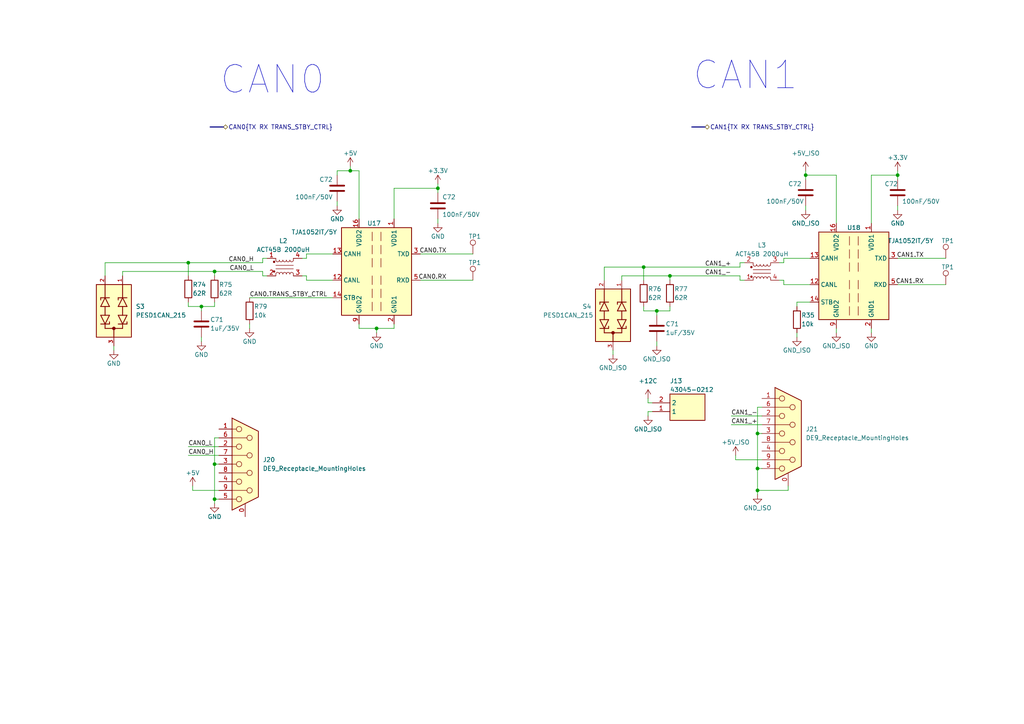
<source format=kicad_sch>
(kicad_sch (version 20230121) (generator eeschema)
  (paper "A4")
  (title_block (title "CAN interface") (date "2023-12-29") (rev "V1.0") (company "Valais Wallis Racing Team") (comment 1 "Bétrisey Mattia"))
  (lib_symbols
    (symbol "+5V_ISO_1" (power) (in_bom no) (on_board no)
      (property "Value" "+5V_ISO_1" (at 0 3.81 0))
      (symbol "+5V_ISO_1_0_1"
        (polyline (pts (xy -0.762 1.27) (xy 0 2.54)))
        (polyline (pts (xy 0 0) (xy 0 2.54)))
        (polyline (pts (xy 0 2.54) (xy 0.762 1.27)))
      )
      (symbol "+5V_ISO_1_1_1"
        (pin power_in line (at 0 0 90) (length 0) hide (name "+5V_ISO") (number "1"))
      )
    )
    (symbol "+5V_ISO_2" (power) (in_bom no) (on_board no)
      (property "Value" "+5V_ISO_2" (at 0 3.81 0))
      (symbol "+5V_ISO_2_0_1"
        (polyline (pts (xy -0.762 1.27) (xy 0 2.54)))
        (polyline (pts (xy 0 0) (xy 0 2.54)))
        (polyline (pts (xy 0 2.54) (xy 0.762 1.27)))
      )
      (symbol "+5V_ISO_2_1_1"
        (pin power_in line (at 0 0 90) (length 0) hide (name "+5V_ISO") (number "1"))
      )
    )
    (symbol "43045-0212:43045-0212"
      (property "Reference" "J" (at 16.51 7.62 0))
      (property "Value" "43045-0212" (at 16.51 5.08 0))
      (symbol "43045-0212_1_1"
        (rectangle (start 5.08 2.54) (end 15.24 -5.08) (stroke (width 0.254)) (fill (type background)))
        (pin passive line (at 0 -2.54 0) (length 5.08) (name "1") (number "1"))
        (pin passive line (at 0 0 0) (length 5.08) (name "2") (number "2"))
      )
    )
    (symbol "Connector:DE9_Receptacle_MountingHoles" (pin_names (offset 1.016) hide)
      (property "Reference" "J" (at 0 16.51 0))
      (property "Value" "DE9_Receptacle_MountingHoles" (at 0 14.605 0))
      (symbol "DE9_Receptacle_MountingHoles_0_1"
        (circle (center -1.778 -10.16) (radius 0.762))
        (circle (center -1.778 -5.08) (radius 0.762))
        (circle (center -1.778 0) (radius 0.762))
        (circle (center -1.778 5.08) (radius 0.762))
        (circle (center -1.778 10.16) (radius 0.762))
        (polyline (pts (xy -3.81 -10.16) (xy -2.54 -10.16)))
        (polyline (pts (xy -3.81 -7.62) (xy 0.508 -7.62)))
        (polyline (pts (xy -3.81 -5.08) (xy -2.54 -5.08)))
        (polyline (pts (xy -3.81 -2.54) (xy 0.508 -2.54)))
        (polyline (pts (xy -3.81 0) (xy -2.54 0)))
        (polyline (pts (xy -3.81 2.54) (xy 0.508 2.54)))
        (polyline (pts (xy -3.81 5.08) (xy -2.54 5.08)))
        (polyline (pts (xy -3.81 7.62) (xy 0.508 7.62)))
        (polyline (pts (xy -3.81 10.16) (xy -2.54 10.16)))
        (polyline (pts (xy -3.81 13.335) (xy -3.81 -13.335) (xy 3.81 -9.525) (xy 3.81 9.525) (xy -3.81 13.335)) (stroke (width 0.254)) (fill (type background)))
        (circle (center 1.27 -7.62) (radius 0.762))
        (circle (center 1.27 -2.54) (radius 0.762))
        (circle (center 1.27 2.54) (radius 0.762))
        (circle (center 1.27 7.62) (radius 0.762))
      )
      (symbol "DE9_Receptacle_MountingHoles_1_1"
        (pin passive line (at 0 -15.24 90) (length 3.81) (name "PAD") (number "0"))
        (pin passive line (at -7.62 10.16 0) (length 3.81) (name "1") (number "1"))
        (pin passive line (at -7.62 5.08 0) (length 3.81) (name "2") (number "2"))
        (pin passive line (at -7.62 0 0) (length 3.81) (name "3") (number "3"))
        (pin passive line (at -7.62 -5.08 0) (length 3.81) (name "4") (number "4"))
        (pin passive line (at -7.62 -10.16 0) (length 3.81) (name "5") (number "5"))
        (pin passive line (at -7.62 7.62 0) (length 3.81) (name "6") (number "6"))
        (pin passive line (at -7.62 2.54 0) (length 3.81) (name "7") (number "7"))
        (pin passive line (at -7.62 -2.54 0) (length 3.81) (name "8") (number "8"))
        (pin passive line (at -7.62 -7.62 0) (length 3.81) (name "9") (number "9"))
      )
    )
    (symbol "Connector:TestPoint" (pin_numbers hide) (pin_names (offset 0.762) hide)
      (property "Reference" "TP" (at 0 6.858 0))
      (property "Value" "TestPoint" (at 0 5.08 0))
      (symbol "TestPoint_0_1"
        (circle (center 0 3.302) (radius 0.762))
      )
      (symbol "TestPoint_1_1"
        (pin passive line (at 0 0 90) (length 2.54) (name "1") (number "1"))
      )
    )
    (symbol "Device:C" (pin_numbers hide) (pin_names (offset 0.254))
      (property "Reference" "C" (at 0.635 2.54 0))
      (property "Value" "C" (at 0.635 -2.54 0))
      (symbol "C_0_1"
        (polyline (pts (xy -2.032 -0.762) (xy 2.032 -0.762)) (stroke (width 0.508)))
        (polyline (pts (xy -2.032 0.762) (xy 2.032 0.762)) (stroke (width 0.508)))
      )
      (symbol "C_1_1"
        (pin passive line (at 0 3.81 270) (length 2.794) (name "~") (number "1"))
        (pin passive line (at 0 -3.81 90) (length 2.794) (name "~") (number "2"))
      )
    )
    (symbol "Device:L_Iron_Coupled_1423" (pin_names (offset 0.254) hide)
      (property "Reference" "L" (at 0 4.445 0))
      (property "Value" "L_Iron_Coupled_1423" (at 0 -4.445 0))
      (symbol "L_Iron_Coupled_1423_0_1"
        (circle (center -3.048 -1.27) (radius 0.254) (fill (type outline)))
        (circle (center -3.048 1.524) (radius 0.254) (fill (type outline)))
        (arc (start -2.54 2.032) (mid -2.032 1.5262) (end -1.524 2.032))
        (arc (start -1.524 -2.032) (mid -2.032 -1.5262) (end -2.54 -2.032))
        (arc (start -1.524 2.032) (mid -1.016 1.5262) (end -0.508 2.032))
        (arc (start -0.508 -2.032) (mid -1.016 -1.5262) (end -1.524 -2.032))
        (arc (start -0.508 2.032) (mid 0 1.5262) (end 0.508 2.032))
        (polyline (pts (xy -2.54 -2.032) (xy -2.54 -2.54)))
        (polyline (pts (xy -2.54 0.508) (xy 2.54 0.508)))
        (polyline (pts (xy -2.54 2.032) (xy -2.54 2.54)))
        (polyline (pts (xy 2.54 -2.032) (xy 2.54 -2.54)))
        (polyline (pts (xy 2.54 -0.508) (xy -2.54 -0.508)))
        (polyline (pts (xy 2.54 2.54) (xy 2.54 2.032)))
        (arc (start 0.508 -2.032) (mid 0 -1.5262) (end -0.508 -2.032))
        (arc (start 0.508 2.032) (mid 1.016 1.5262) (end 1.524 2.032))
        (arc (start 1.524 -2.032) (mid 1.016 -1.5262) (end 0.508 -2.032))
        (arc (start 1.524 2.032) (mid 2.032 1.5262) (end 2.54 2.032))
        (arc (start 2.54 -2.032) (mid 2.032 -1.5262) (end 1.524 -2.032))
      )
      (symbol "L_Iron_Coupled_1423_1_1"
        (pin passive line (at -5.08 2.54 0) (length 2.54) (name "1") (number "1"))
        (pin passive line (at -5.08 -2.54 0) (length 2.54) (name "2") (number "2"))
        (pin passive line (at 5.08 -2.54 180) (length 2.54) (name "3") (number "3"))
        (pin passive line (at 5.08 2.54 180) (length 2.54) (name "4") (number "4"))
      )
    )
    (symbol "Device:R" (pin_numbers hide) (pin_names (offset 0))
      (property "Reference" "R" (at 2.032 0 90))
      (property "Value" "R" (at 0 0 90))
      (symbol "R_0_1"
        (rectangle (start -1.016 -2.54) (end 1.016 2.54) (stroke (width 0.254)))
      )
      (symbol "R_1_1"
        (pin passive line (at 0 3.81 270) (length 1.27) (name "~") (number "1"))
        (pin passive line (at 0 -3.81 90) (length 1.27) (name "~") (number "2"))
      )
    )
    (symbol "GND_ISO_1" (power) (in_bom no) (on_board no)
      (property "Value" "GND_ISO_1" (at 0 -3.81 0))
      (symbol "GND_ISO_1_0_1"
        (polyline (pts (xy 0 0) (xy 0 -1.27) (xy 1.27 -1.27) (xy 0 -2.54) (xy -1.27 -1.27) (xy 0 -1.27)))
      )
      (symbol "GND_ISO_1_1_1"
        (pin power_in line (at 0 0 270) (length 0) hide (name "GND_ISO") (number "1"))
      )
    )
    (symbol "Interface_CAN_LIN:TJA1052i-5"
      (property "Reference" "U" (at -10.16 13.97 0))
      (property "Value" "TJA1052i-5" (at 17.78 13.97 0))
      (symbol "TJA1052i-5_0_1"
        (rectangle (start -10.16 12.7) (end 10.16 -12.7) (stroke (width 0.254)) (fill (type background)))
        (polyline (pts (xy -1.27 -11.43) (xy -1.27 -8.89)))
        (polyline (pts (xy -1.27 3.81) (xy -1.27 1.27)))
        (polyline (pts (xy -1.27 7.62) (xy -1.27 5.08)))
        (polyline (pts (xy -1.27 11.43) (xy -1.27 8.89)))
        (polyline (pts (xy 1.27 -11.43) (xy 1.27 -8.89)))
        (polyline (pts (xy 1.27 -7.62) (xy 1.27 -5.08)))
        (polyline (pts (xy 1.27 -3.81) (xy 1.27 -1.27)))
        (polyline (pts (xy 1.27 1.27) (xy 1.27 3.81)))
        (polyline (pts (xy 1.27 5.08) (xy 1.27 7.62)))
        (polyline (pts (xy 1.27 8.89) (xy 1.27 11.43)))
        (polyline (pts (xy -1.27 -7.62) (xy -1.27 -6.35) (xy -1.27 -5.08)))
        (polyline (pts (xy -1.27 -3.81) (xy -1.27 -2.54) (xy -1.27 -1.27)))
      )
      (symbol "TJA1052i-5_1_1"
        (pin power_in line (at -5.08 15.24 270) (length 2.54) (name "VDD1") (number "1"))
        (pin passive line (at 5.08 -15.24 90) (length 2.54) hide (name "GND2") (number "10"))
        (pin passive line (at 5.08 15.24 270) (length 2.54) hide (name "VDD2") (number "11"))
        (pin bidirectional line (at 12.7 -2.54 180) (length 2.54) (name "CANL") (number "12"))
        (pin bidirectional line (at 12.7 5.08 180) (length 2.54) (name "CANH") (number "13"))
        (pin input line (at 12.7 -7.62 180) (length 2.54) (name "STB") (number "14"))
        (pin passive line (at 5.08 -15.24 90) (length 2.54) hide (name "GND2") (number "15"))
        (pin power_in line (at 5.08 15.24 270) (length 2.54) (name "VDD2") (number "16"))
        (pin power_in line (at -5.08 -15.24 90) (length 2.54) (name "GND1") (number "2"))
        (pin input line (at -12.7 5.08 0) (length 2.54) (name "TXD") (number "3"))
        (pin no_connect line (at -10.16 -7.62 0) (length 2.54) hide (name "NC") (number "4"))
        (pin output line (at -12.7 -2.54 0) (length 2.54) (name "RXD") (number "5"))
        (pin no_connect line (at -10.16 -10.16 0) (length 2.54) hide (name "NC") (number "6"))
        (pin passive line (at -5.08 -15.24 90) (length 2.54) hide (name "GND1") (number "7"))
        (pin passive line (at -5.08 -15.24 90) (length 2.54) hide (name "GND1") (number "8"))
        (pin power_in line (at 5.08 -15.24 90) (length 2.54) (name "GND2") (number "9"))
      )
    )
    (symbol "PESD1CAN_215:PESD1CAN_215" (pin_names (offset 1.016))
      (property "Reference" "S" (at -7.62 6.35 0))
      (property "Value" "PESD1CAN_215" (at -7.62 -10.16 0))
      (symbol "PESD1CAN_215_0_0"
        (rectangle (start -7.62 -5.08) (end 7.62 5.08) (stroke (width 0.254)) (fill (type background)))
        (polyline (pts (xy -7.62 -2.54) (xy -3.81 -2.54)) (stroke (width 0.254)))
        (polyline (pts (xy -7.62 2.54) (xy -3.81 2.54)) (stroke (width 0.254)))
        (polyline (pts (xy -3.81 -3.81) (xy -3.81 -2.54)) (stroke (width 0.254)))
        (polyline (pts (xy -3.81 -2.54) (xy -3.81 -1.27)) (stroke (width 0.254)))
        (polyline (pts (xy -3.81 -2.54) (xy -1.27 -3.81)) (stroke (width 0.254)))
        (polyline (pts (xy -3.81 1.27) (xy -3.81 2.54)) (stroke (width 0.254)))
        (polyline (pts (xy -3.81 2.54) (xy -3.81 3.81)) (stroke (width 0.254)))
        (polyline (pts (xy -3.81 2.54) (xy -1.27 1.27)) (stroke (width 0.254)))
        (polyline (pts (xy -3.175 -3.81) (xy -3.81 -3.81)) (stroke (width 0.254)))
        (polyline (pts (xy -3.175 1.27) (xy -3.81 1.27)) (stroke (width 0.254)))
        (polyline (pts (xy -1.27 -3.81) (xy -1.27 -2.54)) (stroke (width 0.254)))
        (polyline (pts (xy -1.27 -2.54) (xy -1.27 -1.27)) (stroke (width 0.254)))
        (polyline (pts (xy -1.27 -2.54) (xy 1.27 -2.54)) (stroke (width 0.254)))
        (polyline (pts (xy -1.27 -1.27) (xy -3.81 -2.54)) (stroke (width 0.254)))
        (polyline (pts (xy -1.27 1.27) (xy -1.27 2.54)) (stroke (width 0.254)))
        (polyline (pts (xy -1.27 2.54) (xy -1.27 3.81)) (stroke (width 0.254)))
        (polyline (pts (xy -1.27 2.54) (xy 1.27 2.54)) (stroke (width 0.254)))
        (polyline (pts (xy -1.27 3.81) (xy -3.81 2.54)) (stroke (width 0.254)))
        (polyline (pts (xy 1.27 -3.81) (xy 3.81 -2.54)) (stroke (width 0.254)))
        (polyline (pts (xy 1.27 -2.54) (xy 1.27 -3.81)) (stroke (width 0.254)))
        (polyline (pts (xy 1.27 -1.27) (xy 1.27 -2.54)) (stroke (width 0.254)))
        (polyline (pts (xy 1.27 1.27) (xy 3.81 2.54)) (stroke (width 0.254)))
        (polyline (pts (xy 1.27 2.54) (xy 1.27 1.27)) (stroke (width 0.254)))
        (polyline (pts (xy 1.27 3.81) (xy 1.27 2.54)) (stroke (width 0.254)))
        (polyline (pts (xy 3.175 -1.27) (xy 3.81 -1.27)) (stroke (width 0.254)))
        (polyline (pts (xy 3.175 3.81) (xy 3.81 3.81)) (stroke (width 0.254)))
        (polyline (pts (xy 3.81 -2.54) (xy 1.27 -1.27)) (stroke (width 0.254)))
        (polyline (pts (xy 3.81 -2.54) (xy 3.81 -3.81)) (stroke (width 0.254)))
        (polyline (pts (xy 3.81 -1.27) (xy 3.81 -2.54)) (stroke (width 0.254)))
        (polyline (pts (xy 3.81 2.54) (xy 1.27 3.81)) (stroke (width 0.254)))
        (polyline (pts (xy 3.81 2.54) (xy 3.81 1.27)) (stroke (width 0.254)))
        (polyline (pts (xy 3.81 3.81) (xy 3.81 2.54)) (stroke (width 0.254)))
        (polyline (pts (xy 5.08 -2.54) (xy 3.81 -2.54)) (stroke (width 0.254)))
        (polyline (pts (xy 5.08 0) (xy 5.08 -2.54)) (stroke (width 0.254)))
        (polyline (pts (xy 5.08 0) (xy 7.62 0)) (stroke (width 0.254)))
        (polyline (pts (xy 5.08 2.54) (xy 3.81 2.54)) (stroke (width 0.254)))
        (polyline (pts (xy 5.08 2.54) (xy 5.08 0)) (stroke (width 0.254)))
        (circle (center 5.08 0) (radius 0.254) (stroke (width 0.508)))
        (pin passive line (at -10.16 2.54 0) (length 2.54) (name "~") (number "1"))
        (pin passive line (at -10.16 -2.54 0) (length 2.54) (name "~") (number "2"))
        (pin passive line (at 10.16 0 180) (length 2.54) (name "~") (number "3"))
      )
    )
    (symbol "bmsPower_Symbols:+3V3_0" (power) (in_bom no) (on_board no)
      (property "Value" "+3V3_0" (at 0 3.302 0))
      (symbol "+3V3_0_0_1"
        (polyline (pts (xy -0.762 1.27) (xy 0 2.54)))
        (polyline (pts (xy 0 0) (xy 0 2.54)))
        (polyline (pts (xy 0 2.54) (xy 0.762 1.27)))
      )
      (symbol "+3V3_0_1_1"
        (pin power_in line (at 0 0 90) (length 0) hide (name "+3.3V") (number "1"))
      )
    )
    (symbol "bmsPower_Symbols:GND_0" (power) (in_bom no) (on_board no)
      (property "Value" "GND_0" (at 0 -4.064 0))
      (symbol "GND_0_0_1"
        (polyline (pts (xy 0 0) (xy 0 -1.27) (xy 1.27 -1.27) (xy 0 -2.54) (xy -1.27 -1.27) (xy 0 -1.27)))
      )
      (symbol "GND_0_1_1"
        (pin power_in line (at 0 0 270) (length 0) hide (name "GND") (number "1"))
      )
    )
    (symbol "power:+12C" (power) (pin_names (offset 0))
      (property "Value" "+12C" (at 0 3.81 0))
      (symbol "+12C_0_1"
        (polyline (pts (xy -0.762 1.27) (xy 0 2.54)))
        (polyline (pts (xy 0 0) (xy 0 2.54)))
        (polyline (pts (xy 0 2.54) (xy 0.762 1.27)))
      )
      (symbol "+12C_1_1"
        (pin power_in line (at 0 0 90) (length 0) hide (name "+12C") (number "1"))
      )
    )
    (symbol "power:+5V" (power) (pin_names (offset 0))
      (property "Value" "+5V" (at 0 3.556 0))
      (symbol "+5V_0_1"
        (polyline (pts (xy -0.762 1.27) (xy 0 2.54)))
        (polyline (pts (xy 0 0) (xy 0 2.54)))
        (polyline (pts (xy 0 2.54) (xy 0.762 1.27)))
      )
      (symbol "+5V_1_1"
        (pin power_in line (at 0 0 90) (length 0) hide (name "+5V") (number "1"))
      )
    )
  )
  (junction (at 62.23 134.62))
  (junction (at 54.61 76.2))
  (junction (at 109.22 95.25))
  (junction (at 101.6 49.53))
  (junction (at 233.68 50.8))
  (junction (at 58.42 88.9))
  (junction (at 260.35 50.8))
  (junction (at 62.23 78.74))
  (junction (at 186.69 77.47))
  (junction (at 194.31 80.01))
  (junction (at 219.71 142.24))
  (junction (at 62.23 144.78))
  (junction (at 190.5 90.17))
  (junction (at 127 54.61))
  (junction (at 219.71 135.89))
  (junction (at 219.71 125.73))
  (wire (pts (xy 109.22 95.25) (xy 114.3 95.25)))
  (wire (pts (xy 76.2 80.01) (xy 77.47 80.01)))
  (wire (pts (xy 213.36 132.08) (xy 213.36 133.35)))
  (wire (pts (xy 231.14 87.63) (xy 234.95 87.63)))
  (wire (pts (xy 180.34 80.01) (xy 180.34 81.28)))
  (wire (pts (xy 62.23 134.62) (xy 62.23 144.78)))
  (wire (pts (xy 233.68 50.8) (xy 242.57 50.8)))
  (wire (pts (xy 187.96 120.65) (xy 187.96 119.38)))
  (wire (pts (xy 54.61 129.54) (xy 63.5 129.54)))
  (wire (pts (xy 76.2 78.74) (xy 76.2 80.01)))
  (wire (pts (xy 187.96 115.57) (xy 187.96 116.84)))
  (wire (pts (xy 214.63 81.28) (xy 215.9 81.28)))
  (wire (pts (xy 101.6 48.26) (xy 101.6 49.53)))
  (wire (pts (xy 219.71 125.73) (xy 220.98 125.73)))
  (wire (pts (xy 35.56 78.74) (xy 62.23 78.74)))
  (wire (pts (xy 274.32 74.93) (xy 260.35 74.93)))
  (wire (pts (xy 76.2 76.2) (xy 76.2 74.93)))
  (wire (pts (xy 54.61 76.2) (xy 54.61 80.01)))
  (wire (pts (xy 88.9 73.66) (xy 96.52 73.66)))
  (wire (pts (xy 219.71 125.73) (xy 219.71 135.89)))
  (wire (pts (xy 55.88 140.97) (xy 55.88 142.24)))
  (wire (pts (xy 109.22 95.25) (xy 104.14 95.25)))
  (wire (pts (xy 30.48 76.2) (xy 54.61 76.2)))
  (wire (pts (xy 62.23 134.62) (xy 63.5 134.62)))
  (wire (pts (xy 62.23 78.74) (xy 62.23 80.01)))
  (wire (pts (xy 219.71 142.24) (xy 219.71 143.51)))
  (wire (pts (xy 213.36 133.35) (xy 220.98 133.35)))
  (wire (pts (xy 175.26 77.47) (xy 186.69 77.47)))
  (wire (pts (xy 214.63 81.28) (xy 214.63 80.01)))
  (wire (pts (xy 55.88 142.24) (xy 63.5 142.24)))
  (wire (pts (xy 97.79 49.53) (xy 101.6 49.53)))
  (wire (pts (xy 88.9 81.28) (xy 96.52 81.28)))
  (wire (pts (xy 54.61 87.63) (xy 54.61 88.9)))
  (wire (pts (xy 88.9 80.01) (xy 88.9 81.28)))
  (wire (pts (xy 219.71 135.89) (xy 220.98 135.89)))
  (wire (pts (xy 231.14 96.52) (xy 231.14 97.79)))
  (wire (pts (xy 260.35 82.55) (xy 274.32 82.55)))
  (wire (pts (xy 219.71 118.11) (xy 219.71 125.73)))
  (bus (pts (xy 60.96 36.83) (xy 64.77 36.83)))
  (wire (pts (xy 97.79 49.53) (xy 97.79 50.8)))
  (wire (pts (xy 121.92 81.28) (xy 137.16 81.28)))
  (wire (pts (xy 35.56 78.74) (xy 35.56 80.01)))
  (wire (pts (xy 190.5 90.17) (xy 194.31 90.17)))
  (bus (pts (xy 200.66 36.83) (xy 204.47 36.83)))
  (wire (pts (xy 114.3 54.61) (xy 127 54.61)))
  (wire (pts (xy 190.5 90.17) (xy 190.5 91.44)))
  (wire (pts (xy 231.14 87.63) (xy 231.14 88.9)))
  (wire (pts (xy 72.39 86.36) (xy 96.52 86.36)))
  (wire (pts (xy 233.68 50.8) (xy 233.68 52.07)))
  (wire (pts (xy 214.63 76.2) (xy 215.9 76.2)))
  (wire (pts (xy 62.23 127) (xy 63.5 127)))
  (wire (pts (xy 219.71 135.89) (xy 219.71 142.24)))
  (wire (pts (xy 30.48 76.2) (xy 30.48 80.01)))
  (wire (pts (xy 62.23 87.63) (xy 62.23 88.9)))
  (wire (pts (xy 227.33 74.93) (xy 234.95 74.93)))
  (wire (pts (xy 101.6 49.53) (xy 104.14 49.53)))
  (wire (pts (xy 252.73 50.8) (xy 252.73 64.77)))
  (wire (pts (xy 233.68 49.53) (xy 233.68 50.8)))
  (wire (pts (xy 58.42 88.9) (xy 62.23 88.9)))
  (wire (pts (xy 252.73 96.52) (xy 252.73 95.25)))
  (wire (pts (xy 242.57 96.52) (xy 242.57 95.25)))
  (wire (pts (xy 227.33 81.28) (xy 227.33 82.55)))
  (wire (pts (xy 260.35 49.53) (xy 260.35 50.8)))
  (wire (pts (xy 227.33 76.2) (xy 227.33 74.93)))
  (wire (pts (xy 104.14 95.25) (xy 104.14 93.98)))
  (wire (pts (xy 212.09 123.19) (xy 220.98 123.19)))
  (wire (pts (xy 194.31 88.9) (xy 194.31 90.17)))
  (wire (pts (xy 109.22 95.25) (xy 109.22 96.52)))
  (wire (pts (xy 228.6 140.97) (xy 228.6 142.24)))
  (wire (pts (xy 226.06 76.2) (xy 227.33 76.2)))
  (wire (pts (xy 33.02 101.6) (xy 33.02 100.33)))
  (wire (pts (xy 54.61 76.2) (xy 76.2 76.2)))
  (wire (pts (xy 114.3 93.98) (xy 114.3 95.25)))
  (wire (pts (xy 226.06 81.28) (xy 227.33 81.28)))
  (wire (pts (xy 252.73 50.8) (xy 260.35 50.8)))
  (wire (pts (xy 88.9 73.66) (xy 88.9 74.93)))
  (wire (pts (xy 219.71 142.24) (xy 228.6 142.24)))
  (wire (pts (xy 227.33 82.55) (xy 234.95 82.55)))
  (wire (pts (xy 76.2 74.93) (xy 77.47 74.93)))
  (wire (pts (xy 87.63 74.93) (xy 88.9 74.93)))
  (wire (pts (xy 127 53.34) (xy 127 54.61)))
  (wire (pts (xy 175.26 77.47) (xy 175.26 81.28)))
  (wire (pts (xy 260.35 59.69) (xy 260.35 60.96)))
  (wire (pts (xy 242.57 50.8) (xy 242.57 64.77)))
  (wire (pts (xy 54.61 132.08) (xy 63.5 132.08)))
  (wire (pts (xy 104.14 49.53) (xy 104.14 63.5)))
  (wire (pts (xy 186.69 88.9) (xy 186.69 90.17)))
  (wire (pts (xy 62.23 144.78) (xy 62.23 146.05)))
  (wire (pts (xy 186.69 90.17) (xy 190.5 90.17)))
  (wire (pts (xy 186.69 77.47) (xy 186.69 81.28)))
  (wire (pts (xy 127 54.61) (xy 127 55.88)))
  (wire (pts (xy 62.23 78.74) (xy 76.2 78.74)))
  (wire (pts (xy 190.5 100.33) (xy 190.5 99.06)))
  (wire (pts (xy 180.34 80.01) (xy 194.31 80.01)))
  (wire (pts (xy 219.71 118.11) (xy 220.98 118.11)))
  (wire (pts (xy 58.42 99.06) (xy 58.42 97.79)))
  (wire (pts (xy 58.42 88.9) (xy 58.42 90.17)))
  (wire (pts (xy 121.92 73.66) (xy 137.16 73.66)))
  (wire (pts (xy 212.09 120.65) (xy 220.98 120.65)))
  (wire (pts (xy 186.69 77.47) (xy 214.63 77.47)))
  (wire (pts (xy 114.3 54.61) (xy 114.3 63.5)))
  (wire (pts (xy 62.23 144.78) (xy 63.5 144.78)))
  (wire (pts (xy 87.63 80.01) (xy 88.9 80.01)))
  (wire (pts (xy 54.61 88.9) (xy 58.42 88.9)))
  (wire (pts (xy 72.39 93.98) (xy 72.39 95.25)))
  (wire (pts (xy 214.63 76.2) (xy 214.63 77.47)))
  (wire (pts (xy 177.8 102.87) (xy 177.8 101.6)))
  (wire (pts (xy 233.68 60.96) (xy 233.68 59.69)))
  (wire (pts (xy 97.79 59.69) (xy 97.79 58.42)))
  (wire (pts (xy 194.31 80.01) (xy 214.63 80.01)))
  (wire (pts (xy 194.31 80.01) (xy 194.31 81.28)))
  (wire (pts (xy 187.96 119.38) (xy 189.23 119.38)))
  (wire (pts (xy 127 63.5) (xy 127 64.77)))
  (wire (pts (xy 260.35 50.8) (xy 260.35 52.07)))
  (wire (pts (xy 62.23 127) (xy 62.23 134.62)))
  (wire (pts (xy 187.96 116.84) (xy 189.23 116.84)))
  (text "CAN1" (at 200.66 26.67 0) (effects (font (size 8 8)) (justify left bottom)))
  (text "CAN0" (at 63.5 27.94 0) (effects (font (size 8 8)) (justify left bottom)))
  (label "CAN0_H" (at 54.61 132.08 0))
  (label "CAN0.TRANS_STBY_CTRL" (at 72.39 86.36 0))
  (label "CAN0_L" (at 54.61 129.54 0))
  (label "CAN1_+" (at 212.09 77.47 180))
  (label "CAN1_-" (at 212.09 80.01 180))
  (label "CAN1_+" (at 212.09 123.19 0))
  (label "CAN1_-" (at 212.09 120.65 0))
  (label "CAN1.RX" (at 267.97 82.55 180))
  (label "CAN0_L" (at 73.66 78.74 180))
  (label "CAN0_H" (at 73.66 76.2 180))
  (label "CAN0.TX" (at 129.54 73.66 180))
  (label "CAN1.TX" (at 267.97 74.93 180))
  (label "CAN0.RX" (at 129.54 81.28 180))
  (hierarchical_label "CAN1{TX RX TRANS_STBY_CTRL}" (shape bidirectional) (at 204.47 36.83 0))
  (hierarchical_label "CAN0{TX RX TRANS_STBY_CTRL}" (shape bidirectional) (at 64.77 36.83 0))
  (symbol (lib_id "bmsPower_Symbols:GND_0") (at 109.22 96.52 0) (mirror y) (unit 1) (in_bom no) (on_board no)
    (property "Reference" "#PWR0162" (effects hide))
    (property "Value" "GND_0" (at 109.22 100.33 0))
  )
  (symbol (lib_id "Device:R") (at 54.61 83.82 0) (unit 1)
    (property "Reference" "R74" (at 55.88 82.55 0) (effects (justify left)))
    (property "Value" "62R" (at 55.88 85.09 0) (effects (justify left)))
    (property "Footprint" "Resistor_SMD:R_0603_1608Metric" (effects hide))
  )
  (symbol (lib_name "GND_ISO_1") (lib_id "bmsPower_Symbols:GND_ISO") (at 177.8 102.87 0) (unit 1) (in_bom no) (on_board no)
    (property "Reference" "#PWR0188" (effects hide))
    (property "Value" "GND_ISO" (at 177.8 106.68 0))
    (instances (project "BMS-Master" (path "" (reference "#PWR0188") (unit 1)) (path "" (reference "#PWR0169") (unit 1))))
  )
  (symbol (lib_name "+5V_ISO_1") (lib_id "bmsPower_Symbols:+5V_ISO") (at 233.68 49.53 0) (unit 1) (in_bom no) (on_board no)
    (property "Reference" "#PWR0153" (effects hide))
    (property "Value" "+5V_ISO" (at 233.68 44.45 0))
  )
  (symbol (lib_name "GND_ISO_1") (lib_id "bmsPower_Symbols:GND_ISO") (at 233.68 60.96 0) (unit 1) (in_bom no) (on_board no)
    (property "Reference" "#PWR0188" (effects hide))
    (property "Value" "GND_ISO" (at 233.68 64.77 0))
    (instances (project "BMS-Master" (path "" (reference "#PWR0188") (unit 1)) (path "" (reference "#PWR0157") (unit 1))))
  )
  (symbol (lib_id "Device:R") (at 194.31 85.09 0) (unit 1)
    (property "Reference" "R77" (at 195.58 83.82 0) (effects (justify left)))
    (property "Value" "62R" (at 195.58 86.36 0) (effects (justify left)))
    (property "Footprint" "Resistor_SMD:R_0603_1608Metric" (effects hide))
  )
  (symbol (lib_id "Interface_CAN_LIN:TJA1052i-5") (at 247.65 80.01 0) (mirror y) (unit 1)
    (property "Reference" "U18" (at 247.65 66.04 0))
    (property "Value" "TJA1052IT/5Y" (at 264.16 69.85 0))
    (property "Footprint" "Package_SO:SOIC-16W_7.5x10.3mm_P1.27mm" (effects hide))
    (property "Datasheet" "https://www.nxp.com/docs/en/data-sheet/TJA1052I.pdf" (effects hide))
  )
  (symbol (lib_id "bmsPower_Symbols:GND_0") (at 127 64.77 0) (mirror y) (unit 1) (in_bom no) (on_board no)
    (property "Reference" "#PWR0159" (effects hide))
    (property "Value" "GND_0" (at 127 68.58 0))
  )
  (symbol (lib_id "PESD1CAN_215:PESD1CAN_215") (at 33.02 90.17 270) (unit 1)
    (property "Reference" "S3" (at 39.37 88.9 90) (effects (justify left)))
    (property "Value" "PESD1CAN_215" (at 39.37 91.44 90) (effects (justify left)))
    (property "Footprint" "PESD1CAN:DIO_PESD1CAN_215" (effects hide))
    (property "MF" "NXP Semiconductors" (effects hide))
    (property "DESCRIPTION" "ESD Suppressor Diode TVS Bi-Dir 24V Automotive 3-Pin SOT-23 T/R" (effects hide))
    (property "PACKAGE" "TO-236-3 Nexperia USA Inc." (effects hide))
    (property "PRICE" "None" (effects hide))
    (property "Package" "None" (effects hide))
    (property "Check_prices" "https://www.snapeda.com/parts/PESD1CAN,215/NXP+Semiconductors/view-part/?ref=eda" (effects hide))
    (property "Price" "None" (effects hide))
    (property "SnapEDA_Link" "https://www.snapeda.com/parts/PESD1CAN,215/NXP+Semiconductors/view-part/?ref=snap" (effects hide))
    (property "MP" "PESD1CAN,215" (effects hide))
    (property "Description" "\nNXP ESD protection diode, 24 V 200 W SOT-23-3\n" (effects hide))
    (property "Availability" "Not in stock" (effects hide))
    (property "AVAILABILITY" "In Stock" (effects hide))
    (property "PURCHASE-URL" "https://pricing.snapeda.com/search/part/PESD1CAN,215/?ref=eda" (effects hide))
  )
  (symbol (lib_id "bmsPower_Symbols:GND_0") (at 58.42 99.06 0) (mirror y) (unit 1) (in_bom no) (on_board no)
    (property "Reference" "#PWR0166" (effects hide))
    (property "Value" "GND_0" (at 58.42 102.87 0))
  )
  (symbol (lib_name "GND_ISO_1") (lib_id "bmsPower_Symbols:GND_ISO") (at 219.71 143.51 0) (unit 1) (in_bom no) (on_board no)
    (property "Reference" "#PWR0188" (effects hide))
    (property "Value" "GND_ISO" (at 219.71 147.32 0))
    (instances (project "BMS-Master" (path "" (reference "#PWR0188") (unit 1)) (path "" (reference "#PWR0175") (unit 1))))
  )
  (symbol (lib_id "Interface_CAN_LIN:TJA1052i-5") (at 109.22 78.74 0) (mirror y) (unit 1)
    (property "Reference" "U17" (at 110.49 64.77 0) (effects (justify left)))
    (property "Value" "TJA1052IT/5Y" (at 97.79 67.31 0) (effects (justify left)))
    (property "Footprint" "Package_SO:SOIC-16W_7.5x10.3mm_P1.27mm" (effects hide))
    (property "Datasheet" "https://www.nxp.com/docs/en/data-sheet/TJA1052I.pdf" (effects hide))
  )
  (symbol (lib_id "bmsPower_Symbols:GND_0") (at 62.23 146.05 0) (mirror y) (unit 1) (in_bom no) (on_board no)
    (property "Reference" "#PWR0174" (effects hide))
    (property "Value" "GND_0" (at 62.23 149.86 0))
  )
  (symbol (lib_id "bmsPower_Symbols:GND_0") (at 260.35 60.96 0) (mirror y) (unit 1) (in_bom no) (on_board no)
    (property "Reference" "#PWR0158" (effects hide))
    (property "Value" "GND_0" (at 260.35 64.77 0))
  )
  (symbol (lib_id "Connector:TestPoint") (at 137.16 81.28 0) (unit 1)
    (property "Reference" "TP1" (at 135.89 76.2 0) (effects (justify left)))
    (property "Value" "TestPoint" (effects hide))
    (property "Footprint" "TestPoint:TestPoint_Keystone_5000-5004_Miniature" (effects hide))
    (instances (project "BMS-Master" (path "" (reference "TP1") (unit 1)) (path "" (reference "TP29") (unit 1))))
  )
  (symbol (lib_id "Device:R") (at 62.23 83.82 0) (unit 1)
    (property "Reference" "R75" (at 63.5 82.55 0) (effects (justify left)))
    (property "Value" "62R" (at 63.5 85.09 0) (effects (justify left)))
    (property "Footprint" "Resistor_SMD:R_0603_1608Metric" (effects hide))
  )
  (symbol (lib_id "Device:R") (at 186.69 85.09 0) (unit 1)
    (property "Reference" "R76" (at 187.96 83.82 0) (effects (justify left)))
    (property "Value" "62R" (at 187.96 86.36 0) (effects (justify left)))
    (property "Footprint" "Resistor_SMD:R_0603_1608Metric" (effects hide))
  )
  (symbol (lib_id "Device:C") (at 190.5 95.25 0) (unit 1)
    (property "Reference" "C71" (at 193.04 93.98 0) (effects (justify left)))
    (property "Value" "1uF/35V" (at 193.04 96.52 0) (effects (justify left)))
    (property "Footprint" "Capacitor_SMD:C_0603_1608Metric" (effects hide))
    (instances (project "BMS-Master" (path "" (reference "C71") (unit 1)) (path "" (reference "C92") (unit 1))))
  )
  (symbol (lib_name "GND_ISO_1") (lib_id "bmsPower_Symbols:GND_ISO") (at 231.14 97.79 0) (unit 1) (in_bom no) (on_board no)
    (property "Reference" "#PWR0188" (effects hide))
    (property "Value" "GND_ISO" (at 231.14 101.6 0))
    (instances (project "BMS-Master" (path "" (reference "#PWR0188") (unit 1)) (path "" (reference "#PWR0170") (unit 1))))
  )
  (symbol (lib_id "bmsPower_Symbols:GND_0") (at 252.73 96.52 0) (mirror y) (unit 1) (in_bom no) (on_board no)
    (property "Reference" "#PWR0164" (effects hide))
    (property "Value" "GND_0" (at 252.73 100.33 0))
  )
  (symbol (lib_id "Device:R") (at 72.39 90.17 0) (unit 1)
    (property "Reference" "R79" (at 73.66 88.9 0) (effects (justify left)))
    (property "Value" "10k" (at 73.66 91.44 0) (effects (justify left)))
    (property "Footprint" "Resistor_SMD:R_0603_1608Metric" (effects hide))
  )
  (symbol (lib_id "bmsPower_Symbols:+3V3_0") (at 127 53.34 0) (unit 1) (in_bom no) (on_board no)
    (property "Reference" "#PWR0155" (effects hide))
    (property "Value" "+3V3_0" (at 127 49.53 0))
  )
  (symbol (lib_id "Device:C") (at 97.79 54.61 180) (unit 1)
    (property "Reference" "C72" (at 96.52 52.07 0) (effects (justify left)))
    (property "Value" "100nF/50V" (at 96.52 57.15 0) (effects (justify left)))
    (property "Footprint" "Capacitor_SMD:C_0603_1608Metric" (effects hide))
    (instances (project "BMS-Master" (path "" (reference "C72") (unit 1)) (path "" (reference "C87") (unit 1))))
  )
  (symbol (lib_id "Connector:TestPoint") (at 137.16 73.66 0) (unit 1)
    (property "Reference" "TP1" (at 135.89 68.58 0) (effects (justify left)))
    (property "Value" "TestPoint" (effects hide))
    (property "Footprint" "TestPoint:TestPoint_Keystone_5000-5004_Miniature" (effects hide))
    (instances (project "BMS-Master" (path "" (reference "TP1") (unit 1)) (path "" (reference "TP27") (unit 1))))
  )
  (symbol (lib_id "power:+5V") (at 101.6 48.26 0) (unit 1)
    (property "Reference" "#PWR0152" (effects hide))
    (property "Value" "+5V" (at 101.6 44.45 0))
  )
  (symbol (lib_id "43045-0212:43045-0212") (at 189.23 116.84 0) (unit 1)
    (property "Reference" "J13" (at 194.31 110.49 0) (effects (justify left)))
    (property "Value" "43045-0212" (at 194.31 113.03 0) (effects (justify left)))
    (property "Footprint" "43045-0212:43045-02YY_121314" (effects hide))
    (property "Datasheet" "https://www.molex.com/pdm_docs/sd/430450612_sd.pdf" (effects hide))
    (property "Height" "9.91" (effects hide))
    (property "Manufacturer_Name" "Molex" (effects hide))
    (property "Manufacturer_Part_Number" "43045-0212" (effects hide))
    (property "Mouser Part Number" "538-430-45-0212" (effects hide))
    (property "Mouser Price/Stock" "https://www.mouser.co.uk/ProductDetail/Molex/43045-0212?qs=QtQX4uD3c2XFLtjr%252BHeRmQ%3D%3D" (effects hide))
    (instances (project "BMS-Master" (path "" (reference "J13") (unit 1)) (path "" (reference "J7") (unit 1))))
  )
  (symbol (lib_id "Connector:TestPoint") (at 274.32 74.93 0) (unit 1)
    (property "Reference" "TP1" (at 273.05 69.85 0) (effects (justify left)))
    (property "Value" "TestPoint" (effects hide))
    (property "Footprint" "TestPoint:TestPoint_Keystone_5000-5004_Miniature" (effects hide))
    (instances (project "BMS-Master" (path "" (reference "TP1") (unit 1)) (path "" (reference "TP28") (unit 1))))
  )
  (symbol (lib_name "+5V_ISO_2") (lib_id "bmsPower_Symbols:+5V_ISO") (at 213.36 132.08 0) (unit 1) (in_bom no) (on_board no)
    (property "Reference" "#PWR0173" (effects hide))
    (property "Value" "+5V_ISO" (at 213.36 128.27 0))
  )
  (symbol (lib_name "GND_ISO_1") (lib_id "bmsPower_Symbols:GND_ISO") (at 190.5 100.33 0) (unit 1) (in_bom no) (on_board no)
    (property "Reference" "#PWR0188" (effects hide))
    (property "Value" "GND_ISO" (at 190.5 104.14 0))
    (instances (project "BMS-Master" (path "" (reference "#PWR0188") (unit 1)) (path "" (reference "#PWR0167") (unit 1))))
  )
  (symbol (lib_id "PESD1CAN_215:PESD1CAN_215") (at 177.8 91.44 270) (unit 1)
    (property "Reference" "S4" (at 168.91 88.9 90) (effects (justify left)))
    (property "Value" "PESD1CAN_215" (at 157.48 91.44 90) (effects (justify left)))
    (property "Footprint" "PESD1CAN:DIO_PESD1CAN_215" (effects hide))
    (property "MF" "NXP Semiconductors" (effects hide))
    (property "DESCRIPTION" "ESD Suppressor Diode TVS Bi-Dir 24V Automotive 3-Pin SOT-23 T/R" (effects hide))
    (property "PACKAGE" "TO-236-3 Nexperia USA Inc." (effects hide))
    (property "PRICE" "None" (effects hide))
    (property "Package" "None" (effects hide))
    (property "Check_prices" "https://www.snapeda.com/parts/PESD1CAN,215/NXP+Semiconductors/view-part/?ref=eda" (effects hide))
    (property "Price" "None" (effects hide))
    (property "SnapEDA_Link" "https://www.snapeda.com/parts/PESD1CAN,215/NXP+Semiconductors/view-part/?ref=snap" (effects hide))
    (property "MP" "PESD1CAN,215" (effects hide))
    (property "Description" "\nNXP ESD protection diode, 24 V 200 W SOT-23-3\n" (effects hide))
    (property "Availability" "Not in stock" (effects hide))
    (property "AVAILABILITY" "In Stock" (effects hide))
    (property "PURCHASE-URL" "https://pricing.snapeda.com/search/part/PESD1CAN,215/?ref=eda" (effects hide))
  )
  (symbol (lib_id "bmsPower_Symbols:GND_0") (at 97.79 59.69 0) (mirror y) (unit 1) (in_bom no) (on_board no)
    (property "Reference" "#PWR0156" (effects hide))
    (property "Value" "GND_0" (at 97.79 63.5 0))
  )
  (symbol (lib_id "Device:C") (at 260.35 55.88 0) (mirror x) (unit 1)
    (property "Reference" "C72" (at 256.54 53.34 0) (effects (justify left)))
    (property "Value" "100nF/50V" (at 261.62 58.42 0) (effects (justify left)))
    (property "Footprint" "Capacitor_SMD:C_0603_1608Metric" (effects hide))
    (instances (project "BMS-Master" (path "" (reference "C72") (unit 1)) (path "" (reference "C89") (unit 1))))
  )
  (symbol (lib_id "power:+5V") (at 55.88 140.97 0) (unit 1)
    (property "Reference" "#PWR0172" (effects hide))
    (property "Value" "+5V" (at 55.88 137.16 0))
  )
  (symbol (lib_id "Device:C") (at 233.68 55.88 0) (mirror x) (unit 1)
    (property "Reference" "C72" (at 228.6 53.34 0) (effects (justify left)))
    (property "Value" "100nF/50V" (at 222.25 58.42 0) (effects (justify left)))
    (property "Footprint" "Capacitor_SMD:C_0603_1608Metric" (effects hide))
    (instances (project "BMS-Master" (path "" (reference "C72") (unit 1)) (path "" (reference "C88") (unit 1))))
  )
  (symbol (lib_id "bmsPower_Symbols:GND_0") (at 33.02 101.6 0) (mirror y) (unit 1) (in_bom no) (on_board no)
    (property "Reference" "#PWR0168" (effects hide))
    (property "Value" "GND_0" (at 33.02 105.41 0))
  )
  (symbol (lib_id "Device:L_Iron_Coupled_1423") (at 220.98 78.74 0) (mirror x) (unit 1)
    (property "Reference" "L3" (at 220.98 71.12 0))
    (property "Value" "ACT45B 2000uH" (at 220.98 73.66 0))
    (property "Footprint" "FS_Passive:ACT45B1012PTL003" (effects hide))
  )
  (symbol (lib_id "Device:C") (at 127 59.69 0) (mirror x) (unit 1)
    (property "Reference" "C72" (at 128.27 57.15 0) (effects (justify left)))
    (property "Value" "100nF/50V" (at 128.27 62.23 0) (effects (justify left)))
    (property "Footprint" "Capacitor_SMD:C_0603_1608Metric" (effects hide))
    (instances (project "BMS-Master" (path "" (reference "C72") (unit 1)) (path "" (reference "C90") (unit 1))))
  )
  (symbol (lib_id "bmsPower_Symbols:+3V3_0") (at 260.35 49.53 0) (unit 1) (in_bom no) (on_board no)
    (property "Reference" "#PWR0154" (effects hide))
    (property "Value" "+3V3_0" (at 260.35 45.72 0))
  )
  (symbol (lib_id "bmsPower_Symbols:GND_0") (at 72.39 95.25 0) (mirror y) (unit 1) (in_bom no) (on_board no)
    (property "Reference" "#PWR091" (effects hide))
    (property "Value" "GND_0" (at 72.39 99.06 0))
  )
  (symbol (lib_id "Device:C") (at 58.42 93.98 0) (unit 1)
    (property "Reference" "C71" (at 60.96 92.71 0) (effects (justify left)))
    (property "Value" "1uF/35V" (at 60.96 95.25 0) (effects (justify left)))
    (property "Footprint" "Capacitor_SMD:C_0603_1608Metric" (effects hide))
    (instances (project "BMS-Master" (path "" (reference "C71") (unit 1)) (path "" (reference "C91") (unit 1))))
  )
  (symbol (lib_id "Connector:DE9_Receptacle_MountingHoles") (at 71.12 134.62 0) (unit 1)
    (property "Reference" "J20" (at 76.2 133.35 0) (effects (justify left)))
    (property "Value" "DE9_Receptacle_MountingHoles" (at 76.2 135.89 0) (effects (justify left)))
    (property "Footprint" "FS_Connector:L177TSEH09SOL2RM8" (effects hide))
    (property "Datasheet" " ~" (effects hide))
  )
  (symbol (lib_id "Device:R") (at 231.14 92.71 0) (unit 1)
    (property "Reference" "R35" (at 232.41 91.44 0) (effects (justify left)))
    (property "Value" "10k" (at 232.41 93.98 0) (effects (justify left)))
    (property "Footprint" "Resistor_SMD:R_0603_1608Metric" (effects hide))
  )
  (symbol (lib_id "Connector:TestPoint") (at 274.32 82.55 0) (unit 1)
    (property "Reference" "TP1" (at 273.05 77.47 0) (effects (justify left)))
    (property "Value" "TestPoint" (effects hide))
    (property "Footprint" "TestPoint:TestPoint_Keystone_5000-5004_Miniature" (effects hide))
    (instances (project "BMS-Master" (path "" (reference "TP1") (unit 1)) (path "" (reference "TP30") (unit 1))))
  )
  (symbol (lib_name "GND_ISO_1") (lib_id "bmsPower_Symbols:GND_ISO") (at 242.57 96.52 0) (unit 1) (in_bom no) (on_board no)
    (property "Reference" "#PWR0188" (effects hide))
    (property "Value" "GND_ISO" (at 242.57 100.33 0))
    (instances (project "BMS-Master" (path "" (reference "#PWR0188") (unit 1)) (path "" (reference "#PWR0163") (unit 1))))
  )
  (symbol (lib_name "GND_ISO_1") (lib_id "bmsPower_Symbols:GND_ISO") (at 187.96 120.65 0) (unit 1) (in_bom no) (on_board no)
    (property "Reference" "#PWR0188" (effects hide))
    (property "Value" "GND_ISO" (at 187.96 124.46 0))
    (instances (project "BMS-Master" (path "" (reference "#PWR0188") (unit 1)) (path "" (reference "#PWR093") (unit 1))))
  )
  (symbol (lib_id "power:+12C") (at 187.96 115.57 0) (unit 1)
    (property "Reference" "#PWR092" (effects hide))
    (property "Value" "+12C" (at 187.96 110.49 0))
  )
  (symbol (lib_id "Connector:DE9_Receptacle_MountingHoles") (at 228.6 125.73 0) (unit 1)
    (property "Reference" "J21" (at 233.68 124.46 0) (effects (justify left)))
    (property "Value" "DE9_Receptacle_MountingHoles" (at 233.68 127 0) (effects (justify left)))
    (property "Footprint" "FS_Connector:L177TSEH09SOL2RM8" (effects hide))
    (property "Datasheet" " ~" (effects hide))
  )
  (symbol (lib_id "Device:L_Iron_Coupled_1423") (at 82.55 77.47 0) (unit 1)
    (property "Reference" "L2" (at 82.169 69.85 0))
    (property "Value" "ACT45B 2000uH" (at 82.169 72.39 0))
    (property "Footprint" "FS_Passive:ACT45B1012PTL003" (effects hide))
  )
)
</source>
